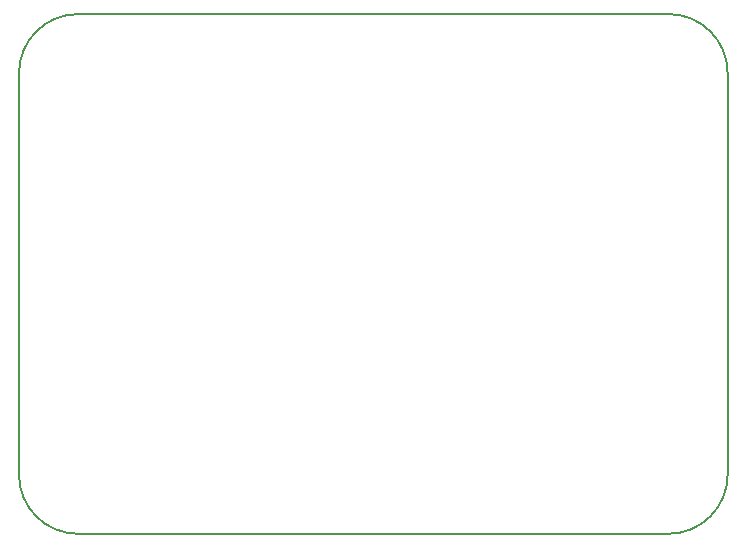
<source format=gm1>
G04 #@! TF.GenerationSoftware,KiCad,Pcbnew,5.1.6-c6e7f7d~87~ubuntu18.04.1*
G04 #@! TF.CreationDate,2020-09-04T14:15:51+09:00*
G04 #@! TF.ProjectId,adamr2_emg_board,6164616d-7232-45f6-956d-675f626f6172,rev?*
G04 #@! TF.SameCoordinates,Original*
G04 #@! TF.FileFunction,Profile,NP*
%FSLAX46Y46*%
G04 Gerber Fmt 4.6, Leading zero omitted, Abs format (unit mm)*
G04 Created by KiCad (PCBNEW 5.1.6-c6e7f7d~87~ubuntu18.04.1) date 2020-09-04 14:15:51*
%MOMM*%
%LPD*%
G01*
G04 APERTURE LIST*
G04 #@! TA.AperFunction,Profile*
%ADD10C,0.200000*%
G04 #@! TD*
G04 APERTURE END LIST*
D10*
X115000000Y-76000000D02*
G75*
G02*
X120000000Y-71000000I5000000J0D01*
G01*
X170000000Y-71000000D02*
G75*
G02*
X175000000Y-76000000I0J-5000000D01*
G01*
X175000000Y-110000000D02*
G75*
G02*
X170000000Y-115000000I-5000000J0D01*
G01*
X120000000Y-115000000D02*
G75*
G02*
X115000000Y-110000000I0J5000000D01*
G01*
X115000000Y-76000000D02*
X115000000Y-110000000D01*
X170000000Y-71000000D02*
X120000000Y-71000000D01*
X175000000Y-110000000D02*
X175000000Y-76000000D01*
X120000000Y-115000000D02*
X170000000Y-115000000D01*
M02*

</source>
